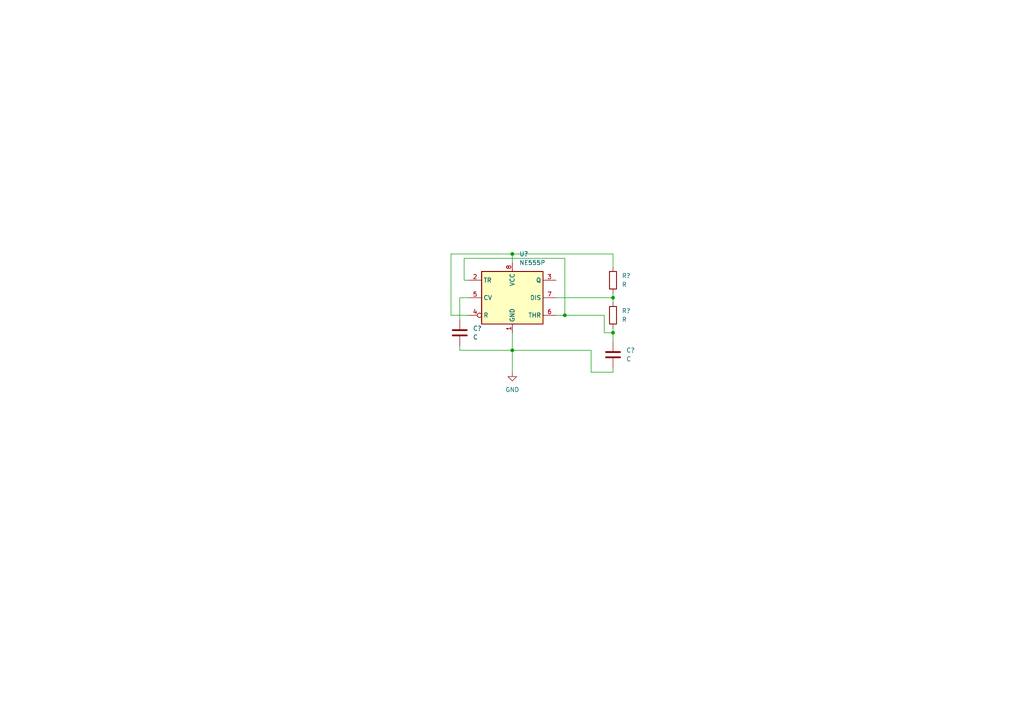
<source format=kicad_sch>
(kicad_sch (version 20211123) (generator eeschema)
  (paper "A4")
  (lib_symbols
    (symbol "Device:C" (pin_numbers hide) (pin_names (offset 0.254))
      (property "Reference" "C" (at 0.635 2.54 0))
      (property "Value" "C" (at 0.635 -2.54 0))
      (symbol "C_0_1"
        (polyline (pts (xy -2.032 -0.762) (xy 2.032 -0.762)) (stroke (width 0.508)))
        (polyline (pts (xy -2.032 0.762) (xy 2.032 0.762)) (stroke (width 0.508)))
      )
      (symbol "C_1_1"
        (pin passive line (at 0 3.81 270) (length 2.794) (name "~") (number "1"))
        (pin passive line (at 0 -3.81 90) (length 2.794) (name "~") (number "2"))
      )
    )
    (symbol "Device:R" (pin_numbers hide) (pin_names (offset 0))
      (property "Reference" "R" (at 2.032 0 90))
      (property "Value" "R" (at 0 0 90))
      (symbol "R_0_1"
        (rectangle (start -1.016 -2.54) (end 1.016 2.54) (stroke (width 0.254)))
      )
      (symbol "R_1_1"
        (pin passive line (at 0 3.81 270) (length 1.27) (name "~") (number "1"))
        (pin passive line (at 0 -3.81 90) (length 1.27) (name "~") (number "2"))
      )
    )
    (symbol "Timer:NE555P"
      (property "Reference" "U" (at -10.16 8.89 0))
      (property "Value" "NE555P" (at 2.54 8.89 0))
      (symbol "NE555P_0_0"
        (pin power_in line (at 0 -10.16 90) (length 2.54) (name "GND") (number "1"))
        (pin power_in line (at 0 10.16 270) (length 2.54) (name "VCC") (number "8"))
      )
      (symbol "NE555P_0_1"
        (rectangle (start -8.89 -7.62) (end 8.89 7.62) (stroke (width 0.254)) (fill (type background)))
        (rectangle (start -8.89 -7.62) (end 8.89 7.62) (stroke (width 0.254)) (fill (type background)))
      )
      (symbol "NE555P_1_1"
        (pin input line (at -12.7 5.08 0) (length 3.81) (name "TR") (number "2"))
        (pin output line (at 12.7 5.08 180) (length 3.81) (name "Q") (number "3"))
        (pin input inverted (at -12.7 -5.08 0) (length 3.81) (name "R") (number "4"))
        (pin input line (at -12.7 0 0) (length 3.81) (name "CV") (number "5"))
        (pin input line (at 12.7 -5.08 180) (length 3.81) (name "THR") (number "6"))
        (pin input line (at 12.7 0 180) (length 3.81) (name "DIS") (number "7"))
      )
    )
    (symbol "power:GND" (power) (pin_names (offset 0))
      (property "Value" "GND" (at 0 -3.81 0))
      (symbol "GND_0_1"
        (polyline (pts (xy 0 0) (xy 0 -1.27) (xy 1.27 -1.27) (xy 0 -2.54) (xy -1.27 -1.27) (xy 0 -1.27)))
      )
      (symbol "GND_1_1"
        (pin power_in line (at 0 0 270) (length 0) hide (name "GND") (number "1"))
      )
    )
  )
  (junction (at 177.8 96.52))
  (junction (at 177.8 86.36))
  (junction (at 148.59 73.66))
  (junction (at 163.83 91.44))
  (junction (at 148.59 101.6))
  (wire (pts (xy 163.83 74.93) (xy 163.83 91.44)))
  (wire (pts (xy 171.45 107.95) (xy 171.45 101.6)))
  (wire (pts (xy 133.35 86.36) (xy 135.89 86.36)))
  (wire (pts (xy 148.59 73.66) (xy 148.59 76.2)))
  (wire (pts (xy 177.8 77.47) (xy 177.8 73.66)))
  (wire (pts (xy 148.59 96.52) (xy 148.59 101.6)))
  (wire (pts (xy 175.26 96.52) (xy 177.8 96.52)))
  (wire (pts (xy 177.8 107.95) (xy 171.45 107.95)))
  (wire (pts (xy 171.45 101.6) (xy 148.59 101.6)))
  (wire (pts (xy 177.8 96.52) (xy 177.8 95.25)))
  (wire (pts (xy 161.29 86.36) (xy 177.8 86.36)))
  (wire (pts (xy 130.81 73.66) (xy 148.59 73.66)))
  (wire (pts (xy 161.29 91.44) (xy 163.83 91.44)))
  (wire (pts (xy 163.83 91.44) (xy 175.26 91.44)))
  (wire (pts (xy 177.8 85.09) (xy 177.8 86.36)))
  (wire (pts (xy 148.59 101.6) (xy 148.59 107.95)))
  (wire (pts (xy 134.62 74.93) (xy 163.83 74.93)))
  (wire (pts (xy 135.89 81.28) (xy 134.62 81.28)))
  (wire (pts (xy 133.35 92.71) (xy 133.35 86.36)))
  (wire (pts (xy 130.81 91.44) (xy 130.81 73.66)))
  (wire (pts (xy 175.26 91.44) (xy 175.26 96.52)))
  (wire (pts (xy 133.35 101.6) (xy 133.35 100.33)))
  (wire (pts (xy 135.89 91.44) (xy 130.81 91.44)))
  (wire (pts (xy 134.62 81.28) (xy 134.62 74.93)))
  (wire (pts (xy 177.8 106.68) (xy 177.8 107.95)))
  (wire (pts (xy 133.35 101.6) (xy 148.59 101.6)))
  (wire (pts (xy 177.8 73.66) (xy 148.59 73.66)))
  (wire (pts (xy 177.8 86.36) (xy 177.8 87.63)))
  (wire (pts (xy 177.8 96.52) (xy 177.8 99.06)))
  (symbol (lib_id "power:GND") (at 148.59 107.95 0) (unit 1)
    (property "Reference" "#PWR?" (effects hide))
    (property "Value" "GND" (at 148.59 113.03 0))
  )
  (symbol (lib_id "Device:C") (at 177.8 102.87 0) (unit 1)
    (property "Reference" "C?" (at 181.61 101.5999 0) (effects (justify left)))
    (property "Value" "C" (at 181.61 104.1399 0) (effects (justify left)))
  )
  (symbol (lib_id "Device:R") (at 177.8 91.44 0) (unit 1)
    (property "Reference" "R?" (at 180.34 90.1699 0) (effects (justify left)))
    (property "Value" "R" (at 180.34 92.7099 0) (effects (justify left)))
  )
  (symbol (lib_id "Device:C") (at 133.35 96.52 0) (unit 1)
    (property "Reference" "C?" (at 137.16 95.2499 0) (effects (justify left)))
    (property "Value" "C" (at 137.16 97.7899 0) (effects (justify left)))
  )
  (symbol (lib_id "Device:R") (at 177.8 81.28 0) (unit 1)
    (property "Reference" "R?" (at 180.34 80.0099 0) (effects (justify left)))
    (property "Value" "R" (at 180.34 82.5499 0) (effects (justify left)))
  )
  (symbol (lib_id "Timer:NE555P") (at 148.59 86.36 0) (unit 1)
    (property "Reference" "U?" (at 150.6094 73.66 0) (effects (justify left)))
    (property "Value" "NE555P" (at 150.6094 76.2 0) (effects (justify left)))
    (property "Footprint" "Package_DIP:DIP-8_W7.62mm" (effects hide))
    (property "Datasheet" "http://www.ti.com/lit/ds/symlink/ne555.pdf" (effects hide))
  )
)
</source>
